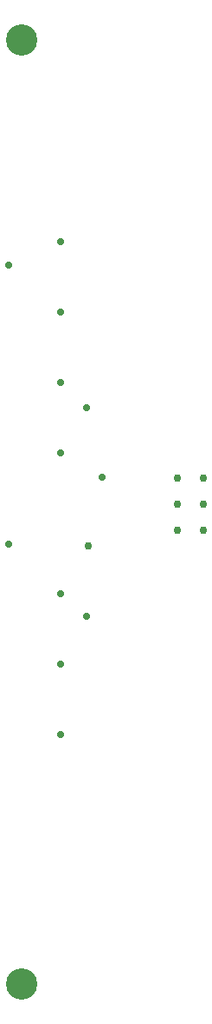
<source format=gbr>
%FSDAX33Y33*%
%MOMM*%
%SFA1B1*%

%IPPOS*%
%ADD9500C,0.711200*%
%ADD9501C,0.762000*%
%ADD9502C,3.048000*%
%LNdrill-1*%
%LPD*%
G54D9501*
X042064Y066547D03*
X050799Y068071D03*
Y070611D03*
Y073151D03*
X053339Y068071D03*
Y070611D03*
Y073151D03*
G54D9500*
X034289Y066674D03*
Y093852D03*
G54D9502*
X035559Y023875D03*
Y115823D03*
G54D9500*
X039369Y048132D03*
Y054990D03*
Y061848D03*
Y075564D03*
Y082422D03*
Y089280D03*
Y096138D03*
X041909Y059689D03*
Y080009D03*
X043433Y073266D03*
M02*
</source>
